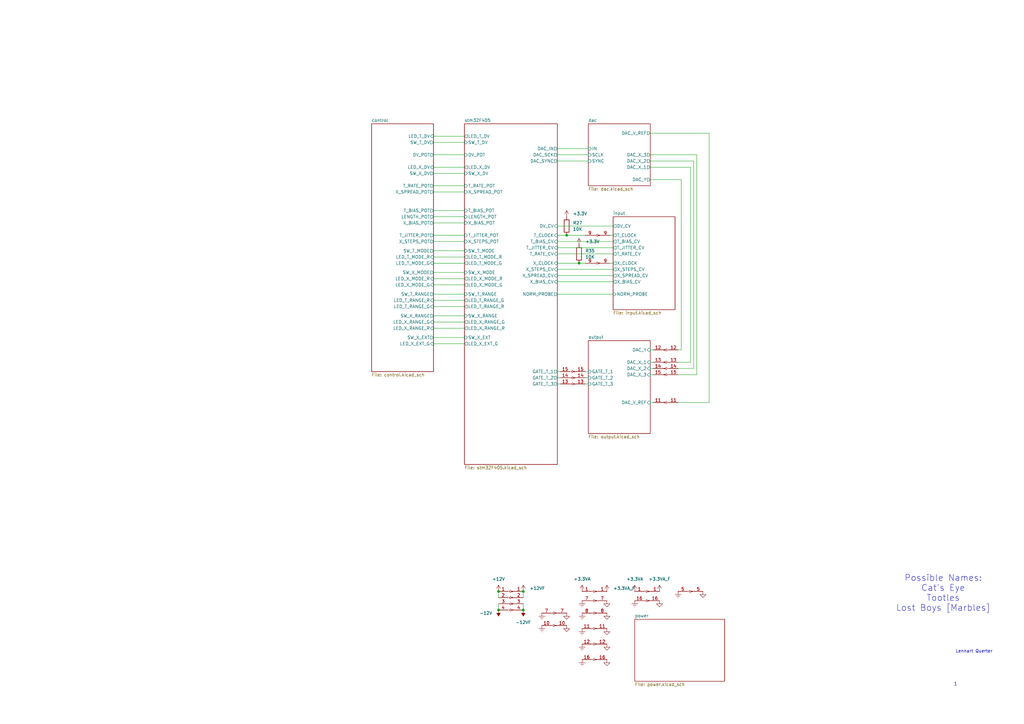
<source format=kicad_sch>
(kicad_sch (version 20250114) (generator "eeschema") (generator_version "9.0")
  (paper "A3")
  (lib_symbols
    (symbol "Device:R" (pin_numbers (hide yes)) (pin_names (offset 0))
      (property "Reference" "R" (at 2.032 0 90))
      (property "Value" "R" (at 0 0 90))
      (symbol "R_0_1"
        (rectangle (start -1.016 -2.54) (end 1.016 2.54) (stroke (width 0.254)))
      )
      (symbol "R_1_1"
        (pin passive line (at 0 3.81 270) (length 1.27) (name "~") (number "1"))
        (pin passive line (at 0 -3.81 90) (length 1.27) (name "~") (number "2"))
      )
    )
    (symbol "power:+12V" (power) (pin_numbers (hide yes)) (pin_names (offset 0) (hide yes))
      (property "Value" "+12V" (at 0 3.556 0))
      (symbol "+12V_0_1"
        (polyline (pts (xy -0.762 1.27) (xy 0 2.54)))
        (polyline (pts (xy 0 2.54) (xy 0.762 1.27)))
        (polyline (pts (xy 0 0) (xy 0 2.54)))
      )
      (symbol "+12V_1_1"
        (pin power_in line (at 0 0 90) (length 0) (name "~") (number "1"))
      )
    )
    (symbol "power:+3.3V" (power) (pin_numbers (hide yes)) (pin_names (offset 0) (hide yes))
      (property "Value" "+3.3V" (at 0 3.556 0))
      (symbol "+3.3V_0_1"
        (polyline (pts (xy -0.762 1.27) (xy 0 2.54)))
        (polyline (pts (xy 0 2.54) (xy 0.762 1.27)))
        (polyline (pts (xy 0 0) (xy 0 2.54)))
      )
      (symbol "+3.3V_1_1"
        (pin power_in line (at 0 0 90) (length 0) (name "~") (number "1"))
      )
    )
    (symbol "power:+3.3VA" (power) (pin_numbers (hide yes)) (pin_names (offset 0) (hide yes))
      (property "Value" "+3.3VA" (at 0 3.556 0))
      (symbol "+3.3VA_0_1"
        (polyline (pts (xy -0.762 1.27) (xy 0 2.54)))
        (polyline (pts (xy 0 2.54) (xy 0.762 1.27)))
        (polyline (pts (xy 0 0) (xy 0 2.54)))
      )
      (symbol "+3.3VA_1_1"
        (pin power_in line (at 0 0 90) (length 0) (name "~") (number "1"))
      )
    )
    (symbol "power:-12V" (power) (pin_numbers (hide yes)) (pin_names (offset 0) (hide yes))
      (property "Value" "-12V" (at 0 3.556 0))
      (symbol "-12V_0_0"
        (pin power_in line (at 0 0 90) (length 0) (name "~") (number "1"))
      )
      (symbol "-12V_0_1"
        (polyline (pts (xy 0 0) (xy 0 1.27) (xy 0.762 1.27) (xy 0 2.54) (xy -0.762 1.27) (xy 0 1.27)) (fill (type outline)))
      )
    )
    (symbol "power:GND" (power) (pin_numbers (hide yes)) (pin_names (offset 0) (hide yes))
      (property "Value" "GND" (at 0 -3.81 0))
      (symbol "GND_0_1"
        (polyline (pts (xy 0 0) (xy 0 -1.27) (xy 1.27 -1.27) (xy 0 -2.54) (xy -1.27 -1.27) (xy 0 -1.27)))
      )
      (symbol "GND_1_1"
        (pin power_in line (at 0 0 270) (length 0) (name "~") (number "1"))
      )
    )
    (symbol "power:GNDREF" (power) (pin_numbers (hide yes)) (pin_names (offset 0) (hide yes))
      (property "Value" "GNDREF" (at 0 -3.81 0))
      (symbol "GNDREF_0_1"
        (polyline (pts (xy -0.635 -1.905) (xy 0.635 -1.905)))
        (polyline (pts (xy -0.127 -2.54) (xy 0.127 -2.54)))
        (polyline (pts (xy 0 -1.27) (xy 0 0)))
        (polyline (pts (xy 1.27 -1.27) (xy -1.27 -1.27)))
      )
      (symbol "GNDREF_1_1"
        (pin power_in line (at 0 0 270) (length 0) (name "~") (number "1"))
      )
    )
    (symbol "synth:Conn_01x04_Pin" (pin_names (offset 1.016) (hide yes))
      (property "Reference" "XP" (at 0 2.54 0))
      (property "Value" "Conn_01x04_Pin" (at 0 -2.54 0))
      (symbol "Conn_01x04_Pin_1_1"
        (rectangle (start 0.8636 0.127) (end 0 -0.127) (stroke (width 0.1524)) (fill (type outline)))
        (polyline (pts (xy 1.27 0) (xy 0.8636 0)) (stroke (width 0.1524)))
        (pin passive line (at 5.08 0 180) (length 3.81) (name "Pin_1") (number "1"))
      )
      (symbol "Conn_01x04_Pin_2_1"
        (rectangle (start 0.8636 0.127) (end 0 -0.127) (stroke (width 0.1524)) (fill (type outline)))
        (polyline (pts (xy 1.27 0) (xy 0.8636 0)) (stroke (width 0.1524)))
        (pin passive line (at 5.08 0 180) (length 3.81) (name "Pin_2") (number "2"))
      )
      (symbol "Conn_01x04_Pin_3_1"
        (rectangle (start 0.8636 0.127) (end 0 -0.127) (stroke (width 0.1524)) (fill (type outline)))
        (polyline (pts (xy 1.27 0) (xy 0.8636 0)) (stroke (width 0.1524)))
        (pin passive line (at 5.08 0 180) (length 3.81) (name "Pin_3") (number "3"))
      )
      (symbol "Conn_01x04_Pin_4_1"
        (rectangle (start 0.8636 0.127) (end 0 -0.127) (stroke (width 0.1524)) (fill (type outline)))
        (polyline (pts (xy 1.27 0) (xy 0.8636 0)) (stroke (width 0.1524)))
        (pin passive line (at 5.08 0 180) (length 3.81) (name "Pin_4") (number "4"))
      )
    )
    (symbol "synth:Conn_01x04_Socket" (pin_names (offset 1.016) (hide yes))
      (property "Reference" "XP" (at 0 2.54 0))
      (property "Value" "Conn_01x04_Socket" (at 0 -2.54 0))
      (symbol "Conn_01x04_Socket_1_1"
        (polyline (pts (xy -1.27 0) (xy -0.508 0)) (stroke (width 0.1524)))
        (arc (start 0 -0.508) (mid -0.5058 0) (end 0 0.508) (stroke (width 0.1524)))
        (pin passive line (at -5.08 0 0) (length 3.81) (name "Pin_1") (number "1"))
      )
      (symbol "Conn_01x04_Socket_2_1"
        (polyline (pts (xy -1.27 0) (xy -0.508 0)) (stroke (width 0.1524)))
        (arc (start 0 -0.508) (mid -0.5058 0) (end 0 0.508) (stroke (width 0.1524)))
        (pin passive line (at -5.08 0 0) (length 3.81) (name "Pin_2") (number "2"))
      )
      (symbol "Conn_01x04_Socket_3_1"
        (polyline (pts (xy -1.27 0) (xy -0.508 0)) (stroke (width 0.1524)))
        (arc (start 0 -0.508) (mid -0.5058 0) (end 0 0.508) (stroke (width 0.1524)))
        (pin passive line (at -5.08 0 0) (length 3.81) (name "Pin_3") (number "3"))
      )
      (symbol "Conn_01x04_Socket_4_1"
        (polyline (pts (xy -1.27 0) (xy -0.508 0)) (stroke (width 0.1524)))
        (arc (start 0 -0.508) (mid -0.5058 0) (end 0 0.508) (stroke (width 0.1524)))
        (pin passive line (at -5.08 0 0) (length 3.81) (name "Pin_4") (number "4"))
      )
    )
    (symbol "synth:Conn_01x08_Pin" (pin_names (offset 1.016) (hide yes))
      (property "Reference" "XP" (at 0 2.54 0))
      (property "Value" "Conn_01x08_Pin" (at 0 -2.54 0))
      (symbol "Conn_01x08_Pin_1_1"
        (rectangle (start 0.8636 0.127) (end 0 -0.127) (stroke (width 0.1524)) (fill (type outline)))
        (polyline (pts (xy 1.27 0) (xy 0.8636 0)) (stroke (width 0.1524)))
        (pin passive line (at 5.08 0 180) (length 3.81) (name "Pin_1") (number "1"))
      )
      (symbol "Conn_01x08_Pin_2_1"
        (rectangle (start 0.8636 0.127) (end 0 -0.127) (stroke (width 0.1524)) (fill (type outline)))
        (polyline (pts (xy 1.27 0) (xy 0.8636 0)) (stroke (width 0.1524)))
        (pin passive line (at 5.08 0 180) (length 3.81) (name "Pin_2") (number "2"))
      )
      (symbol "Conn_01x08_Pin_3_1"
        (rectangle (start 0.8636 0.127) (end 0 -0.127) (stroke (width 0.1524)) (fill (type outline)))
        (polyline (pts (xy 1.27 0) (xy 0.8636 0)) (stroke (width 0.1524)))
        (pin passive line (at 5.08 0 180) (length 3.81) (name "Pin_3") (number "3"))
      )
      (symbol "Conn_01x08_Pin_4_1"
        (rectangle (start 0.8636 0.127) (end 0 -0.127) (stroke (width 0.1524)) (fill (type outline)))
        (polyline (pts (xy 1.27 0) (xy 0.8636 0)) (stroke (width 0.1524)))
        (pin passive line (at 5.08 0 180) (length 3.81) (name "Pin_4") (number "4"))
      )
      (symbol "Conn_01x08_Pin_5_1"
        (rectangle (start 0.8636 0.127) (end 0 -0.127) (stroke (width 0.1524)) (fill (type outline)))
        (polyline (pts (xy 1.27 0) (xy 0.8636 0)) (stroke (width 0.1524)))
        (pin passive line (at 5.08 0 180) (length 3.81) (name "Pin_5") (number "5"))
      )
      (symbol "Conn_01x08_Pin_6_1"
        (rectangle (start 0.8636 0.127) (end 0 -0.127) (stroke (width 0.1524)) (fill (type outline)))
        (polyline (pts (xy 1.27 0) (xy 0.8636 0)) (stroke (width 0.1524)))
        (pin passive line (at 5.08 0 180) (length 3.81) (name "Pin_6") (number "6"))
      )
      (symbol "Conn_01x08_Pin_7_1"
        (rectangle (start 0.8636 0.127) (end 0 -0.127) (stroke (width 0.1524)) (fill (type outline)))
        (polyline (pts (xy 1.27 0) (xy 0.8636 0)) (stroke (width 0.1524)))
        (pin passive line (at 5.08 0 180) (length 3.81) (name "Pin_7") (number "7"))
      )
      (symbol "Conn_01x08_Pin_8_1"
        (rectangle (start 0.8636 0.127) (end 0 -0.127) (stroke (width 0.1524)) (fill (type outline)))
        (polyline (pts (xy 1.27 0) (xy 0.8636 0)) (stroke (width 0.1524)))
        (pin passive line (at 5.08 0 180) (length 3.81) (name "Pin_8") (number "8"))
      )
    )
    (symbol "synth:Conn_01x08_Socket" (pin_names (offset 1.016) (hide yes))
      (property "Reference" "XP" (at 0 2.54 0))
      (property "Value" "Conn_01x08_Socket" (at 0 -2.54 0))
      (symbol "Conn_01x08_Socket_1_1"
        (polyline (pts (xy -1.27 0) (xy -0.508 0)) (stroke (width 0.1524)))
        (arc (start 0 -0.508) (mid -0.5058 0) (end 0 0.508) (stroke (width 0.1524)))
        (pin passive line (at -5.08 0 0) (length 3.81) (name "Pin_1") (number "1"))
      )
      (symbol "Conn_01x08_Socket_2_1"
        (polyline (pts (xy -1.27 0) (xy -0.508 0)) (stroke (width 0.1524)))
        (arc (start 0 -0.508) (mid -0.5058 0) (end 0 0.508) (stroke (width 0.1524)))
        (pin passive line (at -5.08 0 0) (length 3.81) (name "Pin_2") (number "2"))
      )
      (symbol "Conn_01x08_Socket_3_1"
        (polyline (pts (xy -1.27 0) (xy -0.508 0)) (stroke (width 0.1524)))
        (arc (start 0 -0.508) (mid -0.5058 0) (end 0 0.508) (stroke (width 0.1524)))
        (pin passive line (at -5.08 0 0) (length 3.81) (name "Pin_3") (number "3"))
      )
      (symbol "Conn_01x08_Socket_4_1"
        (polyline (pts (xy -1.27 0) (xy -0.508 0)) (stroke (width 0.1524)))
        (arc (start 0 -0.508) (mid -0.5058 0) (end 0 0.508) (stroke (width 0.1524)))
        (pin passive line (at -5.08 0 0) (length 3.81) (name "Pin_4") (number "4"))
      )
      (symbol "Conn_01x08_Socket_5_1"
        (polyline (pts (xy -1.27 0) (xy -0.508 0)) (stroke (width 0.1524)))
        (arc (start 0 -0.508) (mid -0.5058 0) (end 0 0.508) (stroke (width 0.1524)))
        (pin passive line (at -5.08 0 0) (length 3.81) (name "Pin_5") (number "5"))
      )
      (symbol "Conn_01x08_Socket_6_1"
        (polyline (pts (xy -1.27 0) (xy -0.508 0)) (stroke (width 0.1524)))
        (arc (start 0 -0.508) (mid -0.5058 0) (end 0 0.508) (stroke (width 0.1524)))
        (pin passive line (at -5.08 0 0) (length 3.81) (name "Pin_6") (number "6"))
      )
      (symbol "Conn_01x08_Socket_7_1"
        (polyline (pts (xy -1.27 0) (xy -0.508 0)) (stroke (width 0.1524)))
        (arc (start 0 -0.508) (mid -0.5058 0) (end 0 0.508) (stroke (width 0.1524)))
        (pin passive line (at -5.08 0 0) (length 3.81) (name "Pin_7") (number "7"))
      )
      (symbol "Conn_01x08_Socket_8_1"
        (polyline (pts (xy -1.27 0) (xy -0.508 0)) (stroke (width 0.1524)))
        (arc (start 0 -0.508) (mid -0.5058 0) (end 0 0.508) (stroke (width 0.1524)))
        (pin passive line (at -5.08 0 0) (length 3.81) (name "Pin_8") (number "8"))
      )
    )
    (symbol "synth:Conn_01x16_Pin" (pin_names (offset 1.016) (hide yes))
      (property "Reference" "XP" (at 0 2.54 0))
      (property "Value" "Conn_01x16_Pin" (at 0 -2.54 0))
      (symbol "Conn_01x16_Pin_1_1"
        (rectangle (start 0.8636 0.127) (end 0 -0.127) (stroke (width 0.1524)) (fill (type outline)))
        (polyline (pts (xy 1.27 0) (xy 0.8636 0)) (stroke (width 0.1524)))
        (pin passive line (at 5.08 0 180) (length 3.81) (name "Pin_1") (number "1"))
      )
      (symbol "Conn_01x16_Pin_2_1"
        (rectangle (start 0.8636 0.127) (end 0 -0.127) (stroke (width 0.1524)) (fill (type outline)))
        (polyline (pts (xy 1.27 0) (xy 0.8636 0)) (stroke (width 0.1524)))
        (pin passive line (at 5.08 0 180) (length 3.81) (name "Pin_2") (number "2"))
      )
      (symbol "Conn_01x16_Pin_3_1"
        (rectangle (start 0.8636 0.127) (end 0 -0.127) (stroke (width 0.1524)) (fill (type outline)))
        (polyline (pts (xy 1.27 0) (xy 0.8636 0)) (stroke (width 0.1524)))
        (pin passive line (at 5.08 0 180) (length 3.81) (name "Pin_3") (number "3"))
      )
      (symbol "Conn_01x16_Pin_4_1"
        (rectangle (start 0.8636 0.127) (end 0 -0.127) (stroke (width 0.1524)) (fill (type outline)))
        (polyline (pts (xy 1.27 0) (xy 0.8636 0)) (stroke (width 0.1524)))
        (pin passive line (at 5.08 0 180) (length 3.81) (name "Pin_4") (number "4"))
      )
      (symbol "Conn_01x16_Pin_5_1"
        (rectangle (start 0.8636 0.127) (end 0 -0.127) (stroke (width 0.1524)) (fill (type outline)))
        (polyline (pts (xy 1.27 0) (xy 0.8636 0)) (stroke (width 0.1524)))
        (pin passive line (at 5.08 0 180) (length 3.81) (name "Pin_5") (number "5"))
      )
      (symbol "Conn_01x16_Pin_6_1"
        (rectangle (start 0.8636 0.127) (end 0 -0.127) (stroke (width 0.1524)) (fill (type outline)))
        (polyline (pts (xy 1.27 0) (xy 0.8636 0)) (stroke (width 0.1524)))
        (pin passive line (at 5.08 0 180) (length 3.81) (name "Pin_6") (number "6"))
      )
      (symbol "Conn_01x16_Pin_7_1"
        (rectangle (start 0.8636 0.127) (end 0 -0.127) (stroke (width 0.1524)) (fill (type outline)))
        (polyline (pts (xy 1.27 0) (xy 0.8636 0)) (stroke (width 0.1524)))
        (pin passive line (at 5.08 0 180) (length 3.81) (name "Pin_7") (number "7"))
      )
      (symbol "Conn_01x16_Pin_8_1"
        (rectangle (start 0.8636 0.127) (end 0 -0.127) (stroke (width 0.1524)) (fill (type outline)))
        (polyline (pts (xy 1.27 0) (xy 0.8636 0)) (stroke (width 0.1524)))
        (pin passive line (at 5.08 0 180) (length 3.81) (name "Pin_8") (number "8"))
      )
      (symbol "Conn_01x16_Pin_9_1"
        (rectangle (start 0.8636 0.127) (end 0 -0.127) (stroke (width 0.1524)) (fill (type outline)))
        (polyline (pts (xy 1.27 0) (xy 0.8636 0)) (stroke (width 0.1524)))
        (pin passive line (at 5.08 0 180) (length 3.81) (name "Pin_9") (number "9"))
      )
      (symbol "Conn_01x16_Pin_10_1"
        (rectangle (start 0.8636 0.127) (end 0 -0.127) (stroke (width 0.1524)) (fill (type outline)))
        (polyline (pts (xy 1.27 0) (xy 0.8636 0)) (stroke (width 0.1524)))
        (pin passive line (at 5.08 0 180) (length 3.81) (name "Pin_10") (number "10"))
      )
      (symbol "Conn_01x16_Pin_11_1"
        (rectangle (start 0.8636 0.127) (end 0 -0.127) (stroke (width 0.1524)) (fill (type outline)))
        (polyline (pts (xy 1.27 0) (xy 0.8636 0)) (stroke (width 0.1524)))
        (pin passive line (at 5.08 0 180) (length 3.81) (name "Pin_11") (number "11"))
      )
      (symbol "Conn_01x16_Pin_12_1"
        (rectangle (start 0.8636 0.127) (end 0 -0.127) (stroke (width 0.1524)) (fill (type outline)))
        (polyline (pts (xy 1.27 0) (xy 0.8636 0)) (stroke (width 0.1524)))
        (pin passive line (at 5.08 0 180) (length 3.81) (name "Pin_12") (number "12"))
      )
      (symbol "Conn_01x16_Pin_13_1"
        (rectangle (start 0.8636 0.127) (end 0 -0.127) (stroke (width 0.1524)) (fill (type outline)))
        (polyline (pts (xy 1.27 0) (xy 0.8636 0)) (stroke (width 0.1524)))
        (pin passive line (at 5.08 0 180) (length 3.81) (name "Pin_13") (number "13"))
      )
      (symbol "Conn_01x16_Pin_14_1"
        (rectangle (start 0.8636 0.127) (end 0 -0.127) (stroke (width 0.1524)) (fill (type outline)))
        (polyline (pts (xy 1.27 0) (xy 0.8636 0)) (stroke (width 0.1524)))
        (pin passive line (at 5.08 0 180) (length 3.81) (name "Pin_14") (number "14"))
      )
      (symbol "Conn_01x16_Pin_15_1"
        (rectangle (start 0.8636 0.127) (end 0 -0.127) (stroke (width 0.1524)) (fill (type outline)))
        (polyline (pts (xy 1.27 0) (xy 0.8636 0)) (stroke (width 0.1524)))
        (pin passive line (at 5.08 0 180) (length 3.81) (name "Pin_15") (number "15"))
      )
      (symbol "Conn_01x16_Pin_16_1"
        (rectangle (start 0.8636 0.127) (end 0 -0.127) (stroke (width 0.1524)) (fill (type outline)))
        (polyline (pts (xy 1.27 0) (xy 0.8636 0)) (stroke (width 0.1524)))
        (pin passive line (at 5.08 0 180) (length 3.81) (name "Pin_16") (number "16"))
      )
    )
    (symbol "synth:Conn_01x16_Socket" (pin_names (offset 1.016) (hide yes))
      (property "Reference" "XP" (at 0 2.54 0))
      (property "Value" "Conn_01x16_Socket" (at 0 -2.54 0))
      (symbol "Conn_01x16_Socket_1_1"
        (polyline (pts (xy -1.27 0) (xy -0.508 0)) (stroke (width 0.1524)))
        (arc (start 0 -0.508) (mid -0.5058 0) (end 0 0.508) (stroke (width 0.1524)))
        (pin passive line (at -5.08 0 0) (length 3.81) (name "Pin_1") (number "1"))
      )
      (symbol "Conn_01x16_Socket_2_1"
        (polyline (pts (xy -1.27 0) (xy -0.508 0)) (stroke (width 0.1524)))
        (arc (start 0 -0.508) (mid -0.5058 0) (end 0 0.508) (stroke (width 0.1524)))
        (pin passive line (at -5.08 0 0) (length 3.81) (name "Pin_2") (number "2"))
      )
      (symbol "Conn_01x16_Socket_3_1"
        (polyline (pts (xy -1.27 0) (xy -0.508 0)) (stroke (width 0.1524)))
        (arc (start 0 -0.508) (mid -0.5058 0) (end 0 0.508) (stroke (width 0.1524)))
        (pin passive line (at -5.08 0 0) (length 3.81) (name "Pin_3") (number "3"))
      )
      (symbol "Conn_01x16_Socket_4_1"
        (polyline (pts (xy -1.27 0) (xy -0.508 0)) (stroke (width 0.1524)))
        (arc (start 0 -0.508) (mid -0.5058 0) (end 0 0.508) (stroke (width 0.1524)))
        (pin passive line (at -5.08 0 0) (length 3.81) (name "Pin_4") (number "4"))
      )
      (symbol "Conn_01x16_Socket_5_1"
        (polyline (pts (xy -1.27 0) (xy -0.508 0)) (stroke (width 0.1524)))
        (arc (start 0 -0.508) (mid -0.5058 0) (end 0 0.508) (stroke (width 0.1524)))
        (pin passive line (at -5.08 0 0) (length 3.81) (name "Pin_5") (number "5"))
      )
      (symbol "Conn_01x16_Socket_6_1"
        (polyline (pts (xy -1.27 0) (xy -0.508 0)) (stroke (width 0.1524)))
        (arc (start 0 -0.508) (mid -0.5058 0) (end 0 0.508) (stroke (width 0.1524)))
        (pin passive line (at -5.08 0 0) (length 3.81) (name "Pin_6") (number "6"))
      )
      (symbol "Conn_01x16_Socket_7_1"
        (polyline (pts (xy -1.27 0) (xy -0.508 0)) (stroke (width 0.1524)))
        (arc (start 0 -0.508) (mid -0.5058 0) (end 0 0.508) (stroke (width 0.1524)))
        (pin passive line (at -5.08 0 0) (length 3.81) (name "Pin_7") (number "7"))
      )
      (symbol "Conn_01x16_Socket_8_1"
        (polyline (pts (xy -1.27 0) (xy -0.508 0)) (stroke (width 0.1524)))
        (arc (start 0 -0.508) (mid -0.5058 0) (end 0 0.508) (stroke (width 0.1524)))
        (pin passive line (at -5.08 0 0) (length 3.81) (name "Pin_8") (number "8"))
      )
      (symbol "Conn_01x16_Socket_9_1"
        (polyline (pts (xy -1.27 0) (xy -0.508 0)) (stroke (width 0.1524)))
        (arc (start 0 -0.508) (mid -0.5058 0) (end 0 0.508) (stroke (width 0.1524)))
        (pin passive line (at -5.08 0 0) (length 3.81) (name "Pin_9") (number "9"))
      )
      (symbol "Conn_01x16_Socket_10_1"
        (polyline (pts (xy -1.27 0) (xy -0.508 0)) (stroke (width 0.1524)))
        (arc (start 0 -0.508) (mid -0.5058 0) (end 0 0.508) (stroke (width 0.1524)))
        (pin passive line (at -5.08 0 0) (length 3.81) (name "Pin_10") (number "10"))
      )
      (symbol "Conn_01x16_Socket_11_1"
        (polyline (pts (xy -1.27 0) (xy -0.508 0)) (stroke (width 0.1524)))
        (arc (start 0 -0.508) (mid -0.5058 0) (end 0 0.508) (stroke (width 0.1524)))
        (pin passive line (at -5.08 0 0) (length 3.81) (name "Pin_11") (number "11"))
      )
      (symbol "Conn_01x16_Socket_12_1"
        (polyline (pts (xy -1.27 0) (xy -0.508 0)) (stroke (width 0.1524)))
        (arc (start 0 -0.508) (mid -0.5058 0) (end 0 0.508) (stroke (width 0.1524)))
        (pin passive line (at -5.08 0 0) (length 3.81) (name "Pin_12") (number "12"))
      )
      (symbol "Conn_01x16_Socket_13_1"
        (polyline (pts (xy -1.27 0) (xy -0.508 0)) (stroke (width 0.1524)))
        (arc (start 0 -0.508) (mid -0.5058 0) (end 0 0.508) (stroke (width 0.1524)))
        (pin passive line (at -5.08 0 0) (length 3.81) (name "Pin_13") (number "13"))
      )
      (symbol "Conn_01x16_Socket_14_1"
        (polyline (pts (xy -1.27 0) (xy -0.508 0)) (stroke (width 0.1524)))
        (arc (start 0 -0.508) (mid -0.5058 0) (end 0 0.508) (stroke (width 0.1524)))
        (pin passive line (at -5.08 0 0) (length 3.81) (name "Pin_14") (number "14"))
      )
      (symbol "Conn_01x16_Socket_15_1"
        (polyline (pts (xy -1.27 0) (xy -0.508 0)) (stroke (width 0.1524)))
        (arc (start 0 -0.508) (mid -0.5058 0) (end 0 0.508) (stroke (width 0.1524)))
        (pin passive line (at -5.08 0 0) (length 3.81) (name "Pin_15") (number "15"))
      )
      (symbol "Conn_01x16_Socket_16_1"
        (polyline (pts (xy -1.27 0) (xy -0.508 0)) (stroke (width 0.1524)))
        (arc (start 0 -0.508) (mid -0.5058 0) (end 0 0.508) (stroke (width 0.1524)))
        (pin passive line (at -5.08 0 0) (length 3.81) (name "Pin_16") (number "16"))
      )
    )
  )
  (text "Possible Names:\nCat's Eye\nTootles\nLost Boys [Marbles]" (at 386.842 243.332 0) (effects (font (size 2.54 2.54))))
  (text "Lennart Querter" (at 399.542 267.208 0) (effects (font (size 1.27 1.27))))
  (text "1" (at 391.922 280.67 0) (effects (font (size 1.27 1.27))))
  (junction (at 204.47 242.57))
  (junction (at 214.63 250.19))
  (junction (at 232.41 96.52))
  (junction (at 237.49 107.95))
  (junction (at 214.63 242.57))
  (junction (at 204.47 250.19))
  (wire (pts (xy 177.8 71.12) (xy 190.5 71.12)))
  (wire (pts (xy 228.6 152.4) (xy 229.87 152.4)))
  (wire (pts (xy 177.8 129.54) (xy 190.5 129.54)))
  (wire (pts (xy 177.8 76.2) (xy 190.5 76.2)))
  (wire (pts (xy 228.6 92.71) (xy 251.46 92.71)))
  (wire (pts (xy 267.97 148.59) (xy 266.7 148.59)))
  (wire (pts (xy 285.75 153.67) (xy 278.13 153.67)))
  (wire (pts (xy 177.8 123.19) (xy 190.5 123.19)))
  (wire (pts (xy 228.6 63.5) (xy 241.3 63.5)))
  (wire (pts (xy 266.7 68.58) (xy 283.21 68.58)))
  (wire (pts (xy 240.03 152.4) (xy 241.3 152.4)))
  (wire (pts (xy 250.19 96.52) (xy 251.46 96.52)))
  (wire (pts (xy 177.8 99.06) (xy 190.5 99.06)))
  (wire (pts (xy 266.7 165.1) (xy 267.97 165.1)))
  (wire (pts (xy 204.47 242.57) (xy 204.47 245.11)))
  (wire (pts (xy 177.8 63.5) (xy 190.5 63.5)))
  (wire (pts (xy 177.8 111.76) (xy 190.5 111.76)))
  (wire (pts (xy 177.8 102.87) (xy 190.5 102.87)))
  (wire (pts (xy 283.21 148.59) (xy 278.13 148.59)))
  (wire (pts (xy 284.48 66.04) (xy 266.7 66.04)))
  (wire (pts (xy 228.6 110.49) (xy 251.46 110.49)))
  (wire (pts (xy 285.75 63.5) (xy 285.75 153.67)))
  (wire (pts (xy 266.7 143.51) (xy 267.97 143.51)))
  (wire (pts (xy 228.6 115.57) (xy 251.46 115.57)))
  (wire (pts (xy 240.03 154.94) (xy 241.3 154.94)))
  (wire (pts (xy 240.03 157.48) (xy 241.3 157.48)))
  (wire (pts (xy 228.6 104.14) (xy 251.46 104.14)))
  (wire (pts (xy 214.63 242.57) (xy 214.63 245.11)))
  (wire (pts (xy 228.6 113.03) (xy 251.46 113.03)))
  (wire (pts (xy 228.6 66.04) (xy 241.3 66.04)))
  (wire (pts (xy 177.8 132.08) (xy 190.5 132.08)))
  (wire (pts (xy 228.6 99.06) (xy 251.46 99.06)))
  (wire (pts (xy 228.6 157.48) (xy 229.87 157.48)))
  (wire (pts (xy 279.4 73.66) (xy 266.7 73.66)))
  (wire (pts (xy 228.6 120.65) (xy 251.46 120.65)))
  (wire (pts (xy 228.6 101.6) (xy 251.46 101.6)))
  (wire (pts (xy 177.8 140.97) (xy 190.5 140.97)))
  (wire (pts (xy 177.8 68.58) (xy 190.5 68.58)))
  (wire (pts (xy 177.8 116.84) (xy 190.5 116.84)))
  (wire (pts (xy 177.8 91.44) (xy 190.5 91.44)))
  (wire (pts (xy 177.8 105.41) (xy 190.5 105.41)))
  (wire (pts (xy 250.19 107.95) (xy 251.46 107.95)))
  (wire (pts (xy 266.7 54.61) (xy 290.83 54.61)))
  (wire (pts (xy 228.6 154.94) (xy 229.87 154.94)))
  (wire (pts (xy 278.13 151.13) (xy 284.48 151.13)))
  (wire (pts (xy 177.8 86.36) (xy 190.5 86.36)))
  (wire (pts (xy 290.83 54.61) (xy 290.83 165.1)))
  (wire (pts (xy 177.8 120.65) (xy 190.5 120.65)))
  (wire (pts (xy 177.8 96.52) (xy 190.5 96.52)))
  (wire (pts (xy 214.63 247.65) (xy 214.63 250.19)))
  (wire (pts (xy 177.8 78.74) (xy 190.5 78.74)))
  (wire (pts (xy 267.97 153.67) (xy 266.7 153.67)))
  (wire (pts (xy 177.8 88.9) (xy 190.5 88.9)))
  (wire (pts (xy 232.41 96.52) (xy 240.03 96.52)))
  (wire (pts (xy 177.8 125.73) (xy 190.5 125.73)))
  (wire (pts (xy 228.6 60.96) (xy 241.3 60.96)))
  (wire (pts (xy 278.13 143.51) (xy 279.4 143.51)))
  (wire (pts (xy 284.48 151.13) (xy 284.48 66.04)))
  (wire (pts (xy 228.6 96.52) (xy 232.41 96.52)))
  (wire (pts (xy 177.8 134.62) (xy 190.5 134.62)))
  (wire (pts (xy 228.6 107.95) (xy 237.49 107.95)))
  (wire (pts (xy 204.47 247.65) (xy 204.47 250.19)))
  (wire (pts (xy 177.8 58.42) (xy 190.5 58.42)))
  (wire (pts (xy 177.8 107.95) (xy 190.5 107.95)))
  (wire (pts (xy 177.8 55.88) (xy 190.5 55.88)))
  (wire (pts (xy 279.4 143.51) (xy 279.4 73.66)))
  (wire (pts (xy 278.13 165.1) (xy 290.83 165.1)))
  (wire (pts (xy 266.7 151.13) (xy 267.97 151.13)))
  (wire (pts (xy 283.21 68.58) (xy 283.21 148.59)))
  (wire (pts (xy 177.8 138.43) (xy 190.5 138.43)))
  (wire (pts (xy 237.49 107.95) (xy 240.03 107.95)))
  (wire (pts (xy 177.8 114.3) (xy 190.5 114.3)))
  (wire (pts (xy 266.7 63.5) (xy 285.75 63.5)))
  (symbol (lib_id "synth:Conn_01x16_Pin") (at 227.33 256.54 0) (unit 10)
    (property "Reference" "XP7" (effects (hide yes)))
    (property "Value" "Conn_01x16_Pin" (effects (hide yes)))
    (property "Footprint" "Connector_PinHeader_2.54mm:PinHeader_1x16_P2.54mm_Vertical" (effects (hide yes)))
    (property "Description" "Generic connector, single row, 01x16" (effects (hide yes)))
  )
  (symbol (lib_id "synth:Conn_01x16_Pin") (at 243.84 242.57 0) (unit 1)
    (property "Reference" "XP2" (effects (hide yes)))
    (property "Value" "Conn_01x16_Pin" (effects (hide yes)))
    (property "Footprint" "Connector_PinHeader_2.54mm:PinHeader_1x16_P2.54mm_Vertical" (effects (hide yes)))
    (property "Description" "Generic connector, single row, 01x16" (effects (hide yes)))
  )
  (symbol (lib_id "power:GNDREF") (at 260.35 246.38 0) (unit 1)
    (property "Reference" "#PWR09" (effects (hide yes)))
    (property "Value" "GNDREF" (effects (hide yes)))
    (property "Description" "Power symbol creates a global label with name \"GNDREF\" , reference supply ground" (effects (hide yes)))
  )
  (symbol (lib_id "synth:Conn_01x08_Socket") (at 283.21 242.57 0) (unit 5)
    (property "Reference" "XP5" (effects (hide yes)))
    (property "Value" "Conn_01x08_Socket" (effects (hide yes)))
    (property "Footprint" "Connector_PinSocket_2.54mm:PinSocket_1x08_P2.54mm_Vertical" (effects (hide yes)))
    (property "Description" "Generic connector, single row, 01x08" (effects (hide yes)))
  )
  (symbol (lib_id "synth:Conn_01x16_Pin") (at 273.05 151.13 180) (unit 14)
    (property "Reference" "XP4" (effects (hide yes)))
    (property "Value" "Conn_01x16_Pin" (effects (hide yes)))
    (property "Footprint" "Connector_PinHeader_2.54mm:PinHeader_1x16_P2.54mm_Vertical" (effects (hide yes)))
    (property "Description" "Generic connector, single row, 01x16" (effects (hide yes)))
  )
  (symbol (lib_id "power:-12V") (at 204.47 250.19 180) (unit 1)
    (property "Reference" "#PWR0187" (effects (hide yes)))
    (property "Value" "-12V" (at 201.93 251.4599 0) (effects (justify left)))
    (property "Description" "Power symbol creates a global label with name \"-12V\"" (effects (hide yes)))
  )
  (symbol (lib_id "power:-12V") (at 214.63 250.19 180) (unit 1)
    (property "Reference" "#PWR0189" (effects (hide yes)))
    (property "Value" "-12VF" (at 214.63 255.27 0))
    (property "Description" "Power symbol creates a global label with name \"-12V\"" (effects (hide yes)))
  )
  (symbol (lib_id "synth:Conn_01x16_Socket") (at 243.84 246.38 0) (unit 7)
    (property "Reference" "XP1" (effects (hide yes)))
    (property "Value" "Conn_01x16_Socket" (effects (hide yes)))
    (property "Footprint" "Connector_PinSocket_2.54mm:PinSocket_1x16_P2.54mm_Vertical" (effects (hide yes)))
    (property "Description" "Generic connector, single row, 01x01" (effects (hide yes)))
  )
  (symbol (lib_id "power:GNDREF") (at 238.76 257.81 0) (unit 1)
    (property "Reference" "#PWR017" (effects (hide yes)))
    (property "Value" "GNDREF" (effects (hide yes)))
    (property "Description" "Power symbol creates a global label with name \"GNDREF\" , reference supply ground" (effects (hide yes)))
  )
  (symbol (lib_id "synth:Conn_01x04_Socket") (at 209.55 242.57 0) (unit 1)
    (property "Reference" "XP10" (effects (hide yes)))
    (property "Value" "Conn_01x04_Socket" (effects (hide yes)))
    (property "Footprint" "Connector_PinSocket_2.54mm:PinSocket_1x04_P2.54mm_Vertical" (effects (hide yes)))
    (property "Description" "Generic connector, single row, 01x04" (effects (hide yes)))
  )
  (symbol (lib_id "power:+3.3V") (at 232.41 88.9 0) (unit 1)
    (property "Reference" "#PWR091" (effects (hide yes)))
    (property "Value" "+3.3V" (at 234.95 87.6299 0) (effects (justify left)))
    (property "Description" "Power symbol creates a global label with name \"+3.3V\"" (effects (hide yes)))
  )
  (symbol (lib_id "power:GNDREF") (at 238.76 270.51 0) (unit 1)
    (property "Reference" "#PWR021" (effects (hide yes)))
    (property "Value" "GNDREF" (effects (hide yes)))
    (property "Description" "Power symbol creates a global label with name \"GNDREF\" , reference supply ground" (effects (hide yes)))
  )
  (symbol (lib_id "power:GND") (at 248.92 246.38 0) (unit 1)
    (property "Reference" "#PWR0218" (effects (hide yes)))
    (property "Value" "GND" (effects (hide yes)))
    (property "Description" "Power symbol creates a global label with name \"GND\" , ground" (effects (hide yes)))
  )
  (symbol (lib_id "power:+3.3VA") (at 248.92 242.57 0) (unit 1)
    (property "Reference" "#PWR02" (effects (hide yes)))
    (property "Value" "+3.3VA_F" (at 251.46 241.2999 0) (effects (justify left)))
    (property "Description" "Power symbol creates a global label with name \"+3.3VA\"" (effects (hide yes)))
  )
  (symbol (lib_id "synth:Conn_01x16_Pin") (at 234.95 157.48 0) (unit 13)
    (property "Reference" "XP2" (effects (hide yes)))
    (property "Value" "Conn_01x16_Pin" (effects (hide yes)))
    (property "Footprint" "Connector_PinHeader_2.54mm:PinHeader_1x16_P2.54mm_Vertical" (effects (hide yes)))
    (property "Description" "Generic connector, single row, 01x16" (effects (hide yes)))
  )
  (symbol (lib_id "power:GND") (at 248.92 251.46 0) (unit 1)
    (property "Reference" "#PWR0219" (effects (hide yes)))
    (property "Value" "GND" (effects (hide yes)))
    (property "Description" "Power symbol creates a global label with name \"GND\" , ground" (effects (hide yes)))
  )
  (symbol (lib_id "synth:Conn_01x16_Pin") (at 227.33 251.46 0) (unit 7)
    (property "Reference" "XP7" (effects (hide yes)))
    (property "Value" "Conn_01x16_Pin" (effects (hide yes)))
    (property "Footprint" "Connector_PinHeader_2.54mm:PinHeader_1x16_P2.54mm_Vertical" (effects (hide yes)))
    (property "Description" "Generic connector, single row, 01x16" (effects (hide yes)))
  )
  (symbol (lib_id "power:+3.3VA") (at 270.51 242.57 0) (unit 1)
    (property "Reference" "#PWR04" (effects (hide yes)))
    (property "Value" "+3.3VA_F" (at 270.51 237.49 0))
    (property "Description" "Power symbol creates a global label with name \"+3.3VA\"" (effects (hide yes)))
  )
  (symbol (lib_id "synth:Conn_01x16_Socket") (at 243.84 257.81 0) (unit 11)
    (property "Reference" "XP1" (effects (hide yes)))
    (property "Value" "Conn_01x16_Socket" (effects (hide yes)))
    (property "Footprint" "Connector_PinSocket_2.54mm:PinSocket_1x16_P2.54mm_Vertical" (effects (hide yes)))
    (property "Description" "Generic connector, single row, 01x01" (effects (hide yes)))
  )
  (symbol (lib_id "synth:Conn_01x04_Pin") (at 209.55 250.19 0) (unit 4)
    (property "Reference" "XP9" (effects (hide yes)))
    (property "Value" "Conn_01x04_Pin" (effects (hide yes)))
    (property "Footprint" "Connector_PinHeader_2.54mm:PinHeader_1x04_P2.54mm_Vertical" (effects (hide yes)))
    (property "Description" "Generic connector, single row, 01x04" (effects (hide yes)))
  )
  (symbol (lib_id "Device:R") (at 232.41 92.71 180) (unit 1)
    (property "Reference" "R27" (at 234.95 91.4399 0) (effects (justify right)))
    (property "Value" "10K" (at 234.95 93.9799 0) (effects (justify right)))
    (property "Footprint" "Resistor_SMD:R_0805_2012Metric_Pad1.20x1.40mm_HandSolder" (effects (hide yes)))
    (property "Description" "Resistor" (effects (hide yes)))
  )
  (symbol (lib_id "synth:Conn_01x16_Pin") (at 243.84 251.46 0) (unit 8)
    (property "Reference" "XP2" (effects (hide yes)))
    (property "Value" "Conn_01x16_Pin" (effects (hide yes)))
    (property "Footprint" "Connector_PinHeader_2.54mm:PinHeader_1x16_P2.54mm_Vertical" (effects (hide yes)))
    (property "Description" "Generic connector, single row, 01x16" (effects (hide yes)))
  )
  (symbol (lib_id "synth:Conn_01x16_Socket") (at 273.05 153.67 180) (unit 15)
    (property "Reference" "XP3" (effects (hide yes)))
    (property "Value" "Conn_01x16_Socket" (effects (hide yes)))
    (property "Footprint" "Connector_PinSocket_2.54mm:PinSocket_1x16_P2.54mm_Vertical" (effects (hide yes)))
    (property "Description" "Generic connector, single row, 01x01" (effects (hide yes)))
  )
  (symbol (lib_id "synth:Conn_01x16_Socket") (at 243.84 270.51 0) (unit 16)
    (property "Reference" "XP1" (effects (hide yes)))
    (property "Value" "Conn_01x16_Socket" (effects (hide yes)))
    (property "Footprint" "Connector_PinSocket_2.54mm:PinSocket_1x16_P2.54mm_Vertical" (effects (hide yes)))
    (property "Description" "Generic connector, single row, 01x01" (effects (hide yes)))
  )
  (symbol (lib_id "synth:Conn_01x16_Pin") (at 265.43 246.38 0) (unit 16)
    (property "Reference" "XP4" (effects (hide yes)))
    (property "Value" "Conn_01x16_Pin" (effects (hide yes)))
    (property "Footprint" "Connector_PinHeader_2.54mm:PinHeader_1x16_P2.54mm_Vertical" (effects (hide yes)))
    (property "Description" "Generic connector, single row, 01x16" (effects (hide yes)))
  )
  (symbol (lib_id "synth:Conn_01x16_Socket") (at 227.33 251.46 0) (unit 7)
    (property "Reference" "XP8" (effects (hide yes)))
    (property "Value" "Conn_01x16_Socket" (effects (hide yes)))
    (property "Footprint" "Connector_PinSocket_2.54mm:PinSocket_1x16_P2.54mm_Vertical" (effects (hide yes)))
    (property "Description" "Generic connector, single row, 01x01" (effects (hide yes)))
  )
  (symbol (lib_id "synth:Conn_01x16_Socket") (at 243.84 264.16 0) (unit 12)
    (property "Reference" "XP1" (effects (hide yes)))
    (property "Value" "Conn_01x16_Socket" (effects (hide yes)))
    (property "Footprint" "Connector_PinSocket_2.54mm:PinSocket_1x16_P2.54mm_Vertical" (effects (hide yes)))
    (property "Description" "Generic connector, single row, 01x01" (effects (hide yes)))
  )
  (symbol (lib_id "power:+12V") (at 204.47 242.57 0) (unit 1)
    (property "Reference" "#PWR0186" (effects (hide yes)))
    (property "Value" "+12V" (at 204.47 237.49 0))
    (property "Description" "Power symbol creates a global label with name \"+12V\"" (effects (hide yes)))
  )
  (symbol (lib_id "synth:Conn_01x16_Pin") (at 243.84 257.81 0) (unit 11)
    (property "Reference" "XP2" (effects (hide yes)))
    (property "Value" "Conn_01x16_Pin" (effects (hide yes)))
    (property "Footprint" "Connector_PinHeader_2.54mm:PinHeader_1x16_P2.54mm_Vertical" (effects (hide yes)))
    (property "Description" "Generic connector, single row, 01x16" (effects (hide yes)))
  )
  (symbol (lib_id "synth:Conn_01x04_Socket") (at 209.55 247.65 0) (unit 3)
    (property "Reference" "XP10" (effects (hide yes)))
    (property "Value" "Conn_01x04_Socket" (effects (hide yes)))
    (property "Footprint" "Connector_PinSocket_2.54mm:PinSocket_1x04_P2.54mm_Vertical" (effects (hide yes)))
    (property "Description" "Generic connector, single row, 01x04" (effects (hide yes)))
  )
  (symbol (lib_id "synth:Conn_01x16_Pin") (at 243.84 270.51 0) (unit 16)
    (property "Reference" "XP2" (effects (hide yes)))
    (property "Value" "Conn_01x16_Pin" (effects (hide yes)))
    (property "Footprint" "Connector_PinHeader_2.54mm:PinHeader_1x16_P2.54mm_Vertical" (effects (hide yes)))
    (property "Description" "Generic connector, single row, 01x16" (effects (hide yes)))
  )
  (symbol (lib_id "power:GNDREF") (at 278.13 242.57 0) (unit 1)
    (property "Reference" "#PWR05" (effects (hide yes)))
    (property "Value" "GNDREF" (effects (hide yes)))
    (property "Description" "Power symbol creates a global label with name \"GNDREF\" , reference supply ground" (effects (hide yes)))
  )
  (symbol (lib_id "power:GND") (at 248.92 264.16 0) (unit 1)
    (property "Reference" "#PWR0221" (effects (hide yes)))
    (property "Value" "GND" (effects (hide yes)))
    (property "Description" "Power symbol creates a global label with name \"GND\" , ground" (effects (hide yes)))
  )
  (symbol (lib_id "power:GNDREF") (at 238.76 246.38 0) (unit 1)
    (property "Reference" "#PWR07" (effects (hide yes)))
    (property "Value" "GNDREF" (effects (hide yes)))
    (property "Description" "Power symbol creates a global label with name \"GNDREF\" , reference supply ground" (effects (hide yes)))
  )
  (symbol (lib_id "synth:Conn_01x16_Pin") (at 234.95 152.4 0) (unit 15)
    (property "Reference" "XP2" (effects (hide yes)))
    (property "Value" "Conn_01x16_Pin" (effects (hide yes)))
    (property "Footprint" "Connector_PinHeader_2.54mm:PinHeader_1x16_P2.54mm_Vertical" (effects (hide yes)))
    (property "Description" "Generic connector, single row, 01x16" (effects (hide yes)))
  )
  (symbol (lib_id "synth:Conn_01x04_Pin") (at 209.55 247.65 0) (unit 3)
    (property "Reference" "XP9" (effects (hide yes)))
    (property "Value" "Conn_01x04_Pin" (effects (hide yes)))
    (property "Footprint" "Connector_PinHeader_2.54mm:PinHeader_1x04_P2.54mm_Vertical" (effects (hide yes)))
    (property "Description" "Generic connector, single row, 01x04" (effects (hide yes)))
  )
  (symbol (lib_id "synth:Conn_01x16_Socket") (at 227.33 256.54 0) (unit 10)
    (property "Reference" "XP8" (effects (hide yes)))
    (property "Value" "Conn_01x16_Socket" (effects (hide yes)))
    (property "Footprint" "Connector_PinSocket_2.54mm:PinSocket_1x16_P2.54mm_Vertical" (effects (hide yes)))
    (property "Description" "Generic connector, single row, 01x01" (effects (hide yes)))
  )
  (symbol (lib_id "power:GND") (at 232.41 256.54 0) (unit 1)
    (property "Reference" "#PWR0224" (effects (hide yes)))
    (property "Value" "GND" (effects (hide yes)))
    (property "Description" "Power symbol creates a global label with name \"GND\" , ground" (effects (hide yes)))
  )
  (symbol (lib_id "power:GNDREF") (at 222.25 256.54 0) (unit 1)
    (property "Reference" "#PWR015" (effects (hide yes)))
    (property "Value" "GNDREF" (effects (hide yes)))
    (property "Description" "Power symbol creates a global label with name \"GNDREF\" , reference supply ground" (effects (hide yes)))
  )
  (symbol (lib_id "synth:Conn_01x16_Socket") (at 234.95 152.4 0) (unit 15)
    (property "Reference" "XP1" (effects (hide yes)))
    (property "Value" "Conn_01x16_Socket" (effects (hide yes)))
    (property "Footprint" "Connector_PinSocket_2.54mm:PinSocket_1x16_P2.54mm_Vertical" (effects (hide yes)))
    (property "Description" "Generic connector, single row, 01x01" (effects (hide yes)))
  )
  (symbol (lib_id "power:+3.3VA") (at 238.76 242.57 0) (unit 1)
    (property "Reference" "#PWR01" (effects (hide yes)))
    (property "Value" "+3.3VA" (at 238.76 237.49 0))
    (property "Description" "Power symbol creates a global label with name \"+3.3VA\"" (effects (hide yes)))
  )
  (symbol (lib_id "synth:Conn_01x16_Socket") (at 245.11 107.95 0) (unit 9)
    (property "Reference" "XP3" (effects (hide yes)))
    (property "Value" "Conn_01x16_Socket" (effects (hide yes)))
    (property "Footprint" "Connector_PinSocket_2.54mm:PinSocket_1x16_P2.54mm_Vertical" (effects (hide yes)))
    (property "Description" "Generic connector, single row, 01x01" (effects (hide yes)))
  )
  (symbol (lib_id "synth:Conn_01x16_Socket") (at 243.84 242.57 0) (unit 1)
    (property "Reference" "XP1" (effects (hide yes)))
    (property "Value" "Conn_01x16_Socket" (effects (hide yes)))
    (property "Footprint" "Connector_PinSocket_2.54mm:PinSocket_1x16_P2.54mm_Vertical" (effects (hide yes)))
    (property "Description" "Generic connector, single row, 01x01" (effects (hide yes)))
  )
  (symbol (lib_id "power:+3.3V") (at 237.49 100.33 0) (unit 1)
    (property "Reference" "#PWR0105" (effects (hide yes)))
    (property "Value" "+3.3V" (at 240.03 99.0599 0) (effects (justify left)))
    (property "Description" "Power symbol creates a global label with name \"+3.3V\"" (effects (hide yes)))
  )
  (symbol (lib_id "synth:Conn_01x16_Pin") (at 234.95 154.94 0) (unit 14)
    (property "Reference" "XP2" (effects (hide yes)))
    (property "Value" "Conn_01x16_Pin" (effects (hide yes)))
    (property "Footprint" "Connector_PinHeader_2.54mm:PinHeader_1x16_P2.54mm_Vertical" (effects (hide yes)))
    (property "Description" "Generic connector, single row, 01x16" (effects (hide yes)))
  )
  (symbol (lib_id "power:GNDREF") (at 238.76 264.16 0) (unit 1)
    (property "Reference" "#PWR019" (effects (hide yes)))
    (property "Value" "GNDREF" (effects (hide yes)))
    (property "Description" "Power symbol creates a global label with name \"GNDREF\" , reference supply ground" (effects (hide yes)))
  )
  (symbol (lib_id "synth:Conn_01x16_Pin") (at 265.43 242.57 0) (unit 1)
    (property "Reference" "XP4" (effects (hide yes)))
    (property "Value" "Conn_01x16_Pin" (effects (hide yes)))
    (property "Footprint" "Connector_PinHeader_2.54mm:PinHeader_1x16_P2.54mm_Vertical" (effects (hide yes)))
    (property "Description" "Generic connector, single row, 01x16" (effects (hide yes)))
  )
  (symbol (lib_id "synth:Conn_01x16_Pin") (at 243.84 246.38 0) (unit 7)
    (property "Reference" "XP2" (effects (hide yes)))
    (property "Value" "Conn_01x16_Pin" (effects (hide yes)))
    (property "Footprint" "Connector_PinHeader_2.54mm:PinHeader_1x16_P2.54mm_Vertical" (effects (hide yes)))
    (property "Description" "Generic connector, single row, 01x16" (effects (hide yes)))
  )
  (symbol (lib_id "synth:Conn_01x16_Pin") (at 273.05 165.1 180) (unit 11)
    (property "Reference" "XP4" (effects (hide yes)))
    (property "Value" "Conn_01x16_Pin" (effects (hide yes)))
    (property "Footprint" "Connector_PinHeader_2.54mm:PinHeader_1x16_P2.54mm_Vertical" (effects (hide yes)))
    (property "Description" "Generic connector, single row, 01x16" (effects (hide yes)))
  )
  (symbol (lib_id "synth:Conn_01x16_Pin") (at 273.05 148.59 180) (unit 13)
    (property "Reference" "XP4" (effects (hide yes)))
    (property "Value" "Conn_01x16_Pin" (effects (hide yes)))
    (property "Footprint" "Connector_PinHeader_2.54mm:PinHeader_1x16_P2.54mm_Vertical" (effects (hide yes)))
    (property "Description" "Generic connector, single row, 01x16" (effects (hide yes)))
  )
  (symbol (lib_id "synth:Conn_01x16_Socket") (at 245.11 96.52 0) (unit 9)
    (property "Reference" "XP1" (effects (hide yes)))
    (property "Value" "Conn_01x16_Socket" (effects (hide yes)))
    (property "Footprint" "Connector_PinSocket_2.54mm:PinSocket_1x16_P2.54mm_Vertical" (effects (hide yes)))
    (property "Description" "Generic connector, single row, 01x01" (effects (hide yes)))
  )
  (symbol (lib_id "synth:Conn_01x16_Socket") (at 234.95 157.48 0) (unit 13)
    (property "Reference" "XP1" (effects (hide yes)))
    (property "Value" "Conn_01x16_Socket" (effects (hide yes)))
    (property "Footprint" "Connector_PinSocket_2.54mm:PinSocket_1x16_P2.54mm_Vertical" (effects (hide yes)))
    (property "Description" "Generic connector, single row, 01x01" (effects (hide yes)))
  )
  (symbol (lib_id "synth:Conn_01x16_Pin") (at 273.05 143.51 180) (unit 12)
    (property "Reference" "XP4" (effects (hide yes)))
    (property "Value" "Conn_01x16_Pin" (effects (hide yes)))
    (property "Footprint" "Connector_PinHeader_2.54mm:PinHeader_1x16_P2.54mm_Vertical" (effects (hide yes)))
    (property "Description" "Generic connector, single row, 01x16" (effects (hide yes)))
  )
  (symbol (lib_id "synth:Conn_01x04_Socket") (at 209.55 250.19 0) (unit 4)
    (property "Reference" "XP10" (effects (hide yes)))
    (property "Value" "Conn_01x04_Socket" (effects (hide yes)))
    (property "Footprint" "Connector_PinSocket_2.54mm:PinSocket_1x04_P2.54mm_Vertical" (effects (hide yes)))
    (property "Description" "Generic connector, single row, 01x04" (effects (hide yes)))
  )
  (symbol (lib_id "power:GND") (at 270.51 246.38 0) (unit 1)
    (property "Reference" "#PWR0216" (effects (hide yes)))
    (property "Value" "GND" (effects (hide yes)))
    (property "Description" "Power symbol creates a global label with name \"GND\" , ground" (effects (hide yes)))
  )
  (symbol (lib_id "synth:Conn_01x16_Socket") (at 243.84 251.46 0) (unit 8)
    (property "Reference" "XP1" (effects (hide yes)))
    (property "Value" "Conn_01x16_Socket" (effects (hide yes)))
    (property "Footprint" "Connector_PinSocket_2.54mm:PinSocket_1x16_P2.54mm_Vertical" (effects (hide yes)))
    (property "Description" "Generic connector, single row, 01x01" (effects (hide yes)))
  )
  (symbol (lib_id "synth:Conn_01x08_Pin") (at 283.21 242.57 0) (unit 5)
    (property "Reference" "XP6" (effects (hide yes)))
    (property "Value" "Conn_01x08_Pin" (effects (hide yes)))
    (property "Footprint" "Connector_PinHeader_2.54mm:PinHeader_1x08_P2.54mm_Vertical" (effects (hide yes)))
    (property "Description" "Generic connector, single row, 01x08" (effects (hide yes)))
  )
  (symbol (lib_id "Device:R") (at 237.49 104.14 180) (unit 1)
    (property "Reference" "R35" (at 240.03 102.8699 0) (effects (justify right)))
    (property "Value" "10K" (at 240.03 105.4099 0) (effects (justify right)))
    (property "Footprint" "Resistor_SMD:R_0805_2012Metric_Pad1.20x1.40mm_HandSolder" (effects (hide yes)))
    (property "Description" "Resistor" (effects (hide yes)))
  )
  (symbol (lib_id "synth:Conn_01x16_Pin") (at 273.05 153.67 180) (unit 15)
    (property "Reference" "XP4" (effects (hide yes)))
    (property "Value" "Conn_01x16_Pin" (effects (hide yes)))
    (property "Footprint" "Connector_PinHeader_2.54mm:PinHeader_1x16_P2.54mm_Vertical" (effects (hide yes)))
    (property "Description" "Generic connector, single row, 01x16" (effects (hide yes)))
  )
  (symbol (lib_id "synth:Conn_01x16_Socket") (at 265.43 242.57 0) (unit 1)
    (property "Reference" "XP3" (effects (hide yes)))
    (property "Value" "Conn_01x16_Socket" (effects (hide yes)))
    (property "Footprint" "Connector_PinSocket_2.54mm:PinSocket_1x16_P2.54mm_Vertical" (effects (hide yes)))
    (property "Description" "Generic connector, single row, 01x01" (effects (hide yes)))
  )
  (symbol (lib_id "synth:Conn_01x16_Socket") (at 273.05 143.51 180) (unit 12)
    (property "Reference" "XP3" (effects (hide yes)))
    (property "Value" "Conn_01x16_Socket" (effects (hide yes)))
    (property "Footprint" "Connector_PinSocket_2.54mm:PinSocket_1x16_P2.54mm_Vertical" (effects (hide yes)))
    (property "Description" "Generic connector, single row, 01x01" (effects (hide yes)))
  )
  (symbol (lib_id "power:GND") (at 232.41 251.46 0) (unit 1)
    (property "Reference" "#PWR0223" (effects (hide yes)))
    (property "Value" "GND" (effects (hide yes)))
    (property "Description" "Power symbol creates a global label with name \"GND\" , ground" (effects (hide yes)))
  )
  (symbol (lib_id "synth:Conn_01x16_Socket") (at 234.95 154.94 0) (unit 14)
    (property "Reference" "XP1" (effects (hide yes)))
    (property "Value" "Conn_01x16_Socket" (effects (hide yes)))
    (property "Footprint" "Connector_PinSocket_2.54mm:PinSocket_1x16_P2.54mm_Vertical" (effects (hide yes)))
    (property "Description" "Generic connector, single row, 01x01" (effects (hide yes)))
  )
  (symbol (lib_id "power:GND") (at 288.29 242.57 0) (unit 1)
    (property "Reference" "#PWR0217" (effects (hide yes)))
    (property "Value" "GND" (effects (hide yes)))
    (property "Description" "Power symbol creates a global label with name \"GND\" , ground" (effects (hide yes)))
  )
  (symbol (lib_id "synth:Conn_01x16_Pin") (at 245.11 96.52 0) (unit 9)
    (property "Reference" "XP2" (effects (hide yes)))
    (property "Value" "Conn_01x16_Pin" (effects (hide yes)))
    (property "Footprint" "Connector_PinHeader_2.54mm:PinHeader_1x16_P2.54mm_Vertical" (effects (hide yes)))
    (property "Description" "Generic connector, single row, 01x16" (effects (hide yes)))
  )
  (symbol (lib_id "synth:Conn_01x16_Socket") (at 265.43 246.38 0) (unit 16)
    (property "Reference" "XP3" (effects (hide yes)))
    (property "Value" "Conn_01x16_Socket" (effects (hide yes)))
    (property "Footprint" "Connector_PinSocket_2.54mm:PinSocket_1x16_P2.54mm_Vertical" (effects (hide yes)))
    (property "Description" "Generic connector, single row, 01x01" (effects (hide yes)))
  )
  (symbol (lib_id "synth:Conn_01x04_Pin") (at 209.55 245.11 0) (unit 2)
    (property "Reference" "XP9" (effects (hide yes)))
    (property "Value" "Conn_01x04_Pin" (effects (hide yes)))
    (property "Footprint" "Connector_PinHeader_2.54mm:PinHeader_1x04_P2.54mm_Vertical" (effects (hide yes)))
    (property "Description" "Generic connector, single row, 01x04" (effects (hide yes)))
  )
  (symbol (lib_id "power:GND") (at 248.92 270.51 0) (unit 1)
    (property "Reference" "#PWR0222" (effects (hide yes)))
    (property "Value" "GND" (effects (hide yes)))
    (property "Description" "Power symbol creates a global label with name \"GND\" , ground" (effects (hide yes)))
  )
  (symbol (lib_id "synth:Conn_01x16_Socket") (at 273.05 165.1 180) (unit 11)
    (property "Reference" "XP3" (effects (hide yes)))
    (property "Value" "Conn_01x16_Socket" (effects (hide yes)))
    (property "Footprint" "Connector_PinSocket_2.54mm:PinSocket_1x16_P2.54mm_Vertical" (effects (hide yes)))
    (property "Description" "Generic connector, single row, 01x01" (effects (hide yes)))
  )
  (symbol (lib_id "power:GND") (at 248.92 257.81 0) (unit 1)
    (property "Reference" "#PWR0220" (effects (hide yes)))
    (property "Value" "GND" (effects (hide yes)))
    (property "Description" "Power symbol creates a global label with name \"GND\" , ground" (effects (hide yes)))
  )
  (symbol (lib_id "synth:Conn_01x04_Pin") (at 209.55 242.57 0) (unit 1)
    (property "Reference" "XP9" (effects (hide yes)))
    (property "Value" "Conn_01x04_Pin" (effects (hide yes)))
    (property "Footprint" "Connector_PinHeader_2.54mm:PinHeader_1x04_P2.54mm_Vertical" (effects (hide yes)))
    (property "Description" "Generic connector, single row, 01x04" (effects (hide yes)))
  )
  (symbol (lib_id "synth:Conn_01x04_Socket") (at 209.55 245.11 0) (unit 2)
    (property "Reference" "XP10" (effects (hide yes)))
    (property "Value" "Conn_01x04_Socket" (effects (hide yes)))
    (property "Footprint" "Connector_PinSocket_2.54mm:PinSocket_1x04_P2.54mm_Vertical" (effects (hide yes)))
    (property "Description" "Generic connector, single row, 01x04" (effects (hide yes)))
  )
  (symbol (lib_id "power:GNDREF") (at 222.25 251.46 0) (unit 1)
    (property "Reference" "#PWR016" (effects (hide yes)))
    (property "Value" "GNDREF" (effects (hide yes)))
    (property "Description" "Power symbol creates a global label with name \"GNDREF\" , reference supply ground" (effects (hide yes)))
  )
  (symbol (lib_id "synth:Conn_01x16_Pin") (at 245.11 107.95 0) (unit 9)
    (property "Reference" "XP4" (effects (hide yes)))
    (property "Value" "Conn_01x16_Pin" (effects (hide yes)))
    (property "Footprint" "Connector_PinHeader_2.54mm:PinHeader_1x16_P2.54mm_Vertical" (effects (hide yes)))
    (property "Description" "Generic connector, single row, 01x16" (effects (hide yes)))
  )
  (symbol (lib_id "synth:Conn_01x16_Socket") (at 273.05 148.59 180) (unit 13)
    (property "Reference" "XP3" (effects (hide yes)))
    (property "Value" "Conn_01x16_Socket" (effects (hide yes)))
    (property "Footprint" "Connector_PinSocket_2.54mm:PinSocket_1x16_P2.54mm_Vertical" (effects (hide yes)))
    (property "Description" "Generic connector, single row, 01x01" (effects (hide yes)))
  )
  (symbol (lib_id "power:GNDREF") (at 238.76 251.46 0) (unit 1)
    (property "Reference" "#PWR013" (effects (hide yes)))
    (property "Value" "GNDREF" (effects (hide yes)))
    (property "Description" "Power symbol creates a global label with name \"GNDREF\" , reference supply ground" (effects (hide yes)))
  )
  (symbol (lib_id "synth:Conn_01x16_Pin") (at 243.84 264.16 0) (unit 12)
    (property "Reference" "XP2" (effects (hide yes)))
    (property "Value" "Conn_01x16_Pin" (effects (hide yes)))
    (property "Footprint" "Connector_PinHeader_2.54mm:PinHeader_1x16_P2.54mm_Vertical" (effects (hide yes)))
    (property "Description" "Generic connector, single row, 01x16" (effects (hide yes)))
  )
  (symbol (lib_id "power:+12V") (at 214.63 242.57 0) (unit 1)
    (property "Reference" "#PWR0188" (effects (hide yes)))
    (property "Value" "+12VF" (at 217.17 241.2999 0) (effects (justify left)))
    (property "Description" "Power symbol creates a global label with name \"+12V\"" (effects (hide yes)))
  )
  (symbol (lib_id "power:+3.3VA") (at 260.35 242.57 0) (unit 1)
    (property "Reference" "#PWR03" (effects (hide yes)))
    (property "Value" "+3.3VA" (at 260.35 237.49 0))
    (property "Description" "Power symbol creates a global label with name \"+3.3VA\"" (effects (hide yes)))
  )
  (symbol (lib_id "synth:Conn_01x16_Socket") (at 273.05 151.13 180) (unit 14)
    (property "Reference" "XP3" (effects (hide yes)))
    (property "Value" "Conn_01x16_Socket" (effects (hide yes)))
    (property "Footprint" "Connector_PinSocket_2.54mm:PinSocket_1x16_P2.54mm_Vertical" (effects (hide yes)))
    (property "Description" "Generic connector, single row, 01x01" (effects (hide yes)))
  )
  (sheet (at 241.3 50.8) (size 25.4 25.4) (stroke (width 0.1524))
    (property "Sheetname" "dac" (at 241.3 50.0884 0) (effects (justify left bottom)))
    (property "Sheetfile" "dac.kicad_sch" (at 241.3 76.7846 0) (effects (justify left top)))
    (pin "SCLK" input (at 241.3 63.5 180))
    (pin "SYNC" input (at 241.3 66.04 180))
    (pin "IN" input (at 241.3 60.96 180))
    (pin "DAC_V_REF" output (at 266.7 54.61 0))
    (pin "DAC_X_3" output (at 266.7 63.5 0))
    (pin "DAC_Y" output (at 266.7 73.66 0))
    (pin "DAC_X_1" output (at 266.7 68.58 0))
    (pin "DAC_X_2" output (at 266.7 66.04 0))
  )
  (sheet (at 190.5 50.8) (size 38.1 139.7) (stroke (width 0.1524))
    (property "Sheetname" "stm32F405" (at 190.5 50.0884 0) (effects (justify left bottom)))
    (property "Sheetfile" "stm32F405.kicad_sch" (at 190.5 191.0846 0) (effects (justify left top)))
    (pin "DAC_IN" output (at 228.6 60.96 0))
    (pin "DAC_SCK" output (at 228.6 63.5 0))
    (pin "DAC_SYNC" output (at 228.6 66.04 0))
    (pin "LED_X_DV" output (at 190.5 68.58 180))
    (pin "X_STEPS_POT" input (at 190.5 99.06 180))
    (pin "LENGTH_POT" input (at 190.5 88.9 180))
    (pin "LED_X_EXT_G" output (at 190.5 140.97 180))
    (pin "LED_X_RANGE_R" output (at 190.5 134.62 180))
    (pin "LED_X_RANGE_G" output (at 190.5 132.08 180))
    (pin "SW_X_RANGE" input (at 190.5 129.54 180))
    (pin "LED_X_MODE_G" output (at 190.5 116.84 180))
    (pin "LED_X_MODE_R" output (at 190.5 114.3 180))
    (pin "LED_T_DV" output (at 190.5 55.88 180))
    (pin "SW_T_DV" input (at 190.5 58.42 180))
    (pin "LED_T_MODE_G" output (at 190.5 107.95 180))
    (pin "LED_T_MODE_R" output (at 190.5 105.41 180))
    (pin "SW_T_MODE" input (at 190.5 102.87 180))
    (pin "SW_T_RANGE" input (at 190.5 120.65 180))
    (pin "T_RATE_POT" input (at 190.5 76.2 180))
    (pin "X_BIAS_POT" input (at 190.5 91.44 180))
    (pin "DV_POT" input (at 190.5 63.5 180))
    (pin "T_JITTER_POT" input (at 190.5 96.52 180))
    (pin "X_SPREAD_POT" input (at 190.5 78.74 180))
    (pin "LED_T_RANGE_G" output (at 190.5 123.19 180))
    (pin "LED_T_RANGE_R" output (at 190.5 125.73 180))
    (pin "T_BIAS_POT" input (at 190.5 86.36 180))
    (pin "SW_X_EXT" input (at 190.5 138.43 180))
    (pin "SW_X_DV" input (at 190.5 71.12 180))
    (pin "SW_X_MODE" input (at 190.5 111.76 180))
    (pin "X_BIAS_CV" input (at 228.6 115.57 0))
    (pin "T_CLOCK" input (at 228.6 96.52 0))
    (pin "GATE_T_1" output (at 228.6 152.4 0))
    (pin "NORM_PROBE" output (at 228.6 120.65 0))
    (pin "X_SPREAD_CV" input (at 228.6 113.03 0))
    (pin "DV_CV" input (at 228.6 92.71 0))
    (pin "X_STEPS_CV" input (at 228.6 110.49 0))
    (pin "T_BIAS_CV" input (at 228.6 99.06 0))
    (pin "T_RATE_CV" input (at 228.6 104.14 0))
    (pin "T_JITTER_CV" input (at 228.6 101.6 0))
    (pin "X_CLOCK" input (at 228.6 107.95 0))
    (pin "GATE_T_3" output (at 228.6 157.48 0))
    (pin "GATE_T_2" output (at 228.6 154.94 0))
  )
  (sheet (at 260.35 254) (size 36.83 25.4) (stroke (width 0.1524))
    (property "Sheetname" "power" (at 260.35 253.2884 0) (effects (justify left bottom)))
    (property "Sheetfile" "power.kicad_sch" (at 260.35 279.9846 0) (effects (justify left top)))
  )
  (sheet (at 152.4 50.8) (size 25.4 101.6) (stroke (width 0.1524))
    (property "Sheetname" "control" (at 152.4 50.0884 0) (effects (justify left bottom)))
    (property "Sheetfile" "control.kicad_sch" (at 152.4 152.9846 0) (effects (justify left top)))
    (pin "LED_X_DV" input (at 177.8 68.58 0))
    (pin "SW_X_DV" output (at 177.8 71.12 0))
    (pin "SW_X_MODE" output (at 177.8 111.76 0))
    (pin "SW_X_RANGE" output (at 177.8 129.54 0))
    (pin "LED_T_DV" input (at 177.8 55.88 0))
    (pin "SW_T_DV" output (at 177.8 58.42 0))
    (pin "SW_T_RANGE" output (at 177.8 120.65 0))
    (pin "SW_T_MODE" output (at 177.8 102.87 0))
    (pin "SW_X_EXT" output (at 177.8 138.43 0))
    (pin "T_RATE_POT" output (at 177.8 76.2 0))
    (pin "T_BIAS_POT" output (at 177.8 86.36 0))
    (pin "X_BIAS_POT" output (at 177.8 91.44 0))
    (pin "T_JITTER_POT" output (at 177.8 96.52 0))
    (pin "LENGTH_POT" output (at 177.8 88.9 0))
    (pin "DV_POT" output (at 177.8 63.5 0))
    (pin "LED_T_MODE_R" input (at 177.8 105.41 0))
    (pin "LED_T_MODE_G" input (at 177.8 107.95 0))
    (pin "LED_X_RANGE_R" input (at 177.8 134.62 0))
    (pin "LED_X_MODE_R" input (at 177.8 114.3 0))
    (pin "LED_X_MODE_G" input (at 177.8 116.84 0))
    (pin "LED_X_RANGE_G" input (at 177.8 132.08 0))
    (pin "LED_X_EXT_G" input (at 177.8 140.97 0))
    (pin "LED_T_RANGE_R" input (at 177.8 123.19 0))
    (pin "LED_T_RANGE_G" input (at 177.8 125.73 0))
    (pin "X_SPREAD_POT" output (at 177.8 78.74 0))
    (pin "X_STEPS_POT" output (at 177.8 99.06 0))
  )
  (sheet (at 251.46 88.9) (size 25.4 38.1) (stroke (width 0.1524))
    (property "Sheetname" "input" (at 251.46 88.1884 0) (effects (justify left bottom)))
    (property "Sheetfile" "input.kicad_sch" (at 251.46 127.5846 0) (effects (justify left top)))
    (pin "T_BIAS_CV" output (at 251.46 99.06 180))
    (pin "X_SPREAD_CV" output (at 251.46 113.03 180))
    (pin "T_RATE_CV" output (at 251.46 104.14 180))
    (pin "X_STEPS_CV" output (at 251.46 110.49 180))
    (pin "DV_CV" output (at 251.46 92.71 180))
    (pin "T_CLOCK" output (at 251.46 96.52 180))
    (pin "X_CLOCK" output (at 251.46 107.95 180))
    (pin "NORM_PROBE" input (at 251.46 120.65 180))
    (pin "T_JITTER_CV" output (at 251.46 101.6 180))
    (pin "X_BIAS_CV" output (at 251.46 115.57 180))
  )
  (sheet (at 241.3 139.7) (size 25.4 38.1) (stroke (width 0.1524))
    (property "Sheetname" "output" (at 241.3 138.9884 0) (effects (justify left bottom)))
    (property "Sheetfile" "output.kicad_sch" (at 241.3 178.3846 0) (effects (justify left top)))
    (pin "GATE_T_3" input (at 241.3 157.48 180))
    (pin "GATE_T_1" input (at 241.3 152.4 180))
    (pin "GATE_T_2" input (at 241.3 154.94 180))
    (pin "DAC_Y" input (at 266.7 143.51 0))
    (pin "DAC_X_2" input (at 266.7 151.13 0))
    (pin "DAC_X_1" input (at 266.7 148.59 0))
    (pin "DAC_X_3" input (at 266.7 153.67 0))
    (pin "DAC_V_REF" input (at 266.7 165.1 0))
  )
)
</source>
